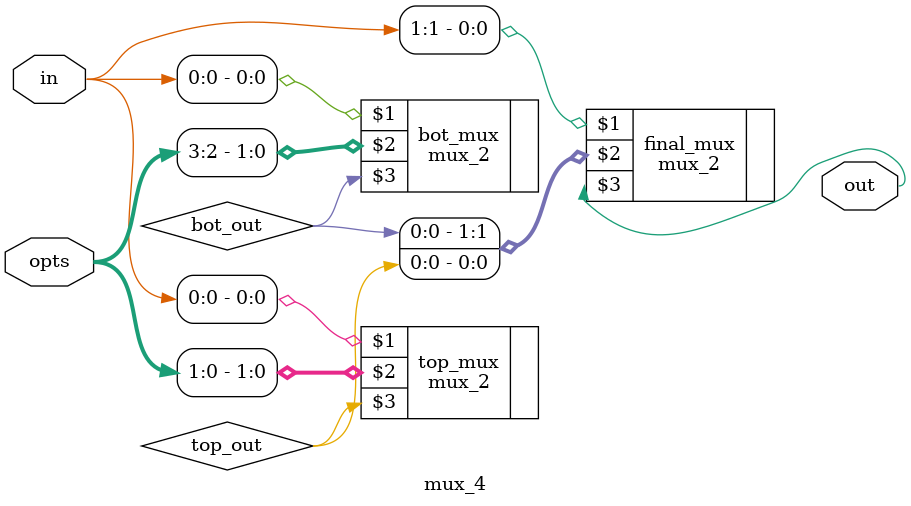
<source format=sv>
module mux_4(in, opts, out);

  input wire [1:0] in;
	input wire [3:0] opts; // [D, C, B, A] - [11, 10, 01, 00]
  output logic out;

	logic bot_out;
	mux_2 bot_mux(in[0], opts[3:2], bot_out); // [D, C] - [1, 0]

	logic top_out;
	mux_2 top_mux(in[0], opts[1:0], top_out); // [B, A] - [1, 0]

	mux_2 final_mux(in[1], {bot_out, top_out}, out); // [D | C, B | A] - [1, 0]

endmodule

</source>
